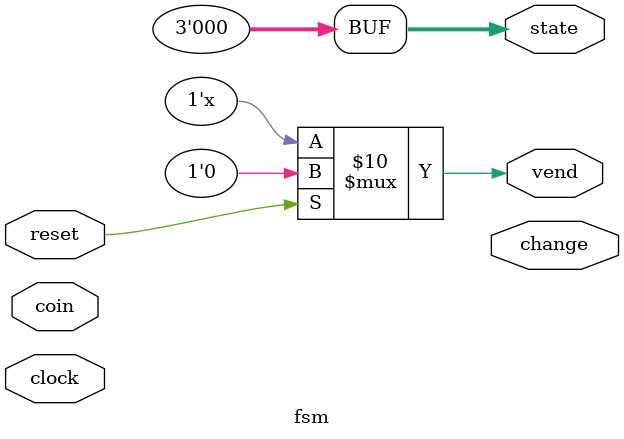
<source format=v>
module fsm(clock,reset,coin,vend,state,change);
//these are the inputs and the outputs.
input clock;
input reset;
input [2:0]coin;
output vend;
output [2:0]state;
output [2:0]change;

//I need to define the registers as change,coin and vend
reg vend;
reg [2:0]change;
wire [2:0]coin;
//my coins are declared as parameters to make reading better.
parameter [2:0]NICKEL=3'b001;
parameter [2:0]DIME=3'b010;
parameter [2:0]NICKEL_DIME=3'b011;
parameter [2:0]DIME_DIME=3'b100;
parameter [2:0]QUARTER=3'b101;
//states of fsm
parameter [2:0]IDLE=3'b000;
parameter [2:0]FIVE=3'b001;
parameter [2:0]TEN=3'b010;
parameter [2:0]FIFTEEN=3'b011;
parameter [2:0]TWENTY=3'b100;
parameter [2:0]TWENTYFIVE=3'b101;
//AS ALWAYS THE STATES ARE DEFINED AS REG
reg [2:0]state,next_state;
//MY MACHINE WORKS ON STATE AND COIN
always @(state or coin)
begin
next_state=0; //VERYFIRST NEXT STATE IS GIVEN ZERO
case(state)
IDLE: case(coin)//THIS IS THE IDLE STATE
NICKEL: next_state=FIVE;
DIME: next_state=TEN;
QUARTER: next_state=TWENTYFIVE;
default: next_state=IDLE;
endcase
FIVE: case(coin) //THIS IS THE SECOND STATE

NICKEL: next_state=TEN;
DIME: next_state=FIFTEEN;
QUARTER: next_state=TWENTYFIVE; //change=NICKEL
default: next_state=FIVE;
endcase
TEN: case(coin) //THIS IS THE THIRD STATE
NICKEL: next_state=FIFTEEN;
DIME: next_state=TWENTY;
QUARTER: next_state=TWENTYFIVE; //change=DIME
default: next_state=TEN;
endcase
FIFTEEN: case(coin) //THIS IS THE FOURTH STATE
NICKEL: next_state=TWENTY;
DIME: next_state=TWENTYFIVE;
QUARTER: next_state=TWENTYFIVE; //change==NICKEL_DIME
default: next_state=FIFTEEN;
endcase
TWENTY: case(coin) //THIS IS THE FIFTH STATE
NICKEL: next_state=TWENTYFIVE;
DIME: next_state=TWENTYFIVE; //change=NICKEL
QUARTER: next_state=TWENTYFIVE; //change==DIME_DIME
default: next_state=TWENTY;
endcase
TWENTYFIVE: next_state=IDLE; //THE NEXT STATE HERE IS THE RESET
default : next_state=IDLE;
endcase
end
always @(clock)
begin //WHENEVER I GIVE A RESET I HAVE TO MAKE THE STATE TO IDLE AND VEND TO 1
if(reset) begin
state <= IDLE;
vend <= 1'b0;
// change <= 3’b000;
end //THE CHANGE ALSO HAS TO BECOME NONE
else state <= next_state;

case (state) //HERE WE DECIDE THE NEXT STATE
//ALL THE STATES ARE DEFINED HERE AND THE OUTPUT IS ALSO GIVEN
IDLE: begin 
vend <= 1'b0; 
change <=3'd0; 
end
FIVE: 
begin vend <= 1'b0; 
if (coin==QUARTER) change <=NICKEL; 
else change <=3'd0; 
end
TEN: begin 
vend <= 1'b0; 
if (coin==QUARTER) change <=DIME; 
else change <= 3'd0; 
end
FIFTEEN : begin 
vend <= 1'b0; 
if (coin==QUARTER) change <=NICKEL_DIME; 
else change <= 3'd0; 
end
TWENTY : begin 
vend <= 1'b0; if (coin==DIME) change <=NICKEL; 
else if (coin==QUARTER) change <=DIME_DIME; 
else change <= 3'd0; 
end
TWENTYFIVE : 
begin vend <= 1'b1; 
change <=3'd0; 
end
default: state <= IDLE;
endcase
end
endmodule

</source>
